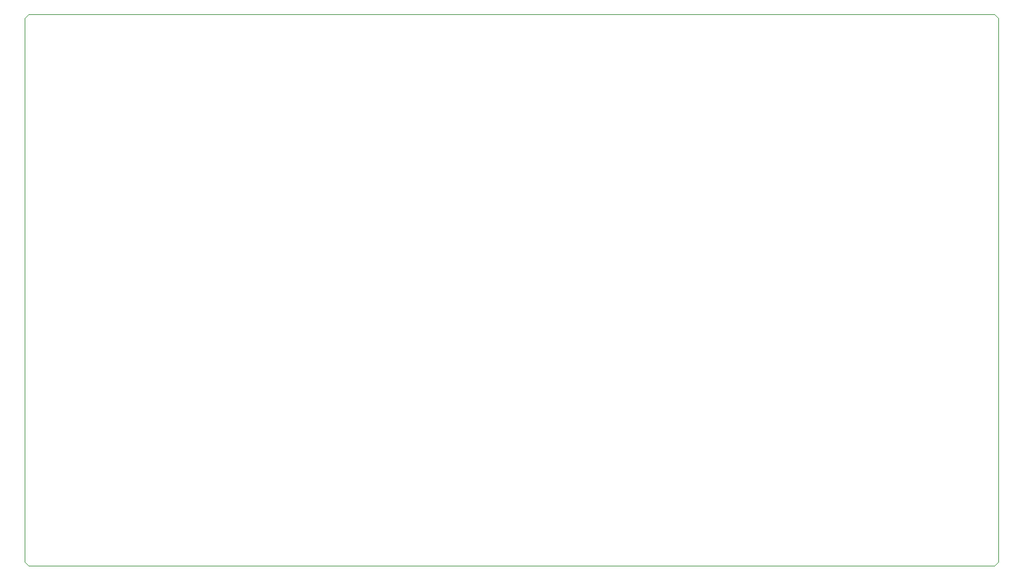
<source format=gm1>
G04 #@! TF.GenerationSoftware,KiCad,Pcbnew,(5.1.5)-3*
G04 #@! TF.CreationDate,2021-03-06T01:36:46+09:00*
G04 #@! TF.ProjectId,Setta21_Back_mask,53657474-6132-4315-9f42-61636b5f6d61,rev?*
G04 #@! TF.SameCoordinates,Original*
G04 #@! TF.FileFunction,Profile,NP*
%FSLAX46Y46*%
G04 Gerber Fmt 4.6, Leading zero omitted, Abs format (unit mm)*
G04 Created by KiCad (PCBNEW (5.1.5)-3) date 2021-03-06 01:36:46*
%MOMM*%
%LPD*%
G04 APERTURE LIST*
%ADD10C,0.100000*%
G04 APERTURE END LIST*
D10*
X63000000Y-129500000D02*
X63500000Y-130000000D01*
X63000000Y-58500000D02*
X63500000Y-58000000D01*
X190000000Y-58500000D02*
X189500000Y-58000000D01*
X189500000Y-130000000D02*
X190000000Y-129500000D01*
X190000000Y-58500000D02*
X190000000Y-129500000D01*
X63500000Y-58000000D02*
X189500000Y-58000000D01*
X63000000Y-129500000D02*
X63000000Y-58500000D01*
X189500000Y-130000000D02*
X63500000Y-130000000D01*
M02*

</source>
